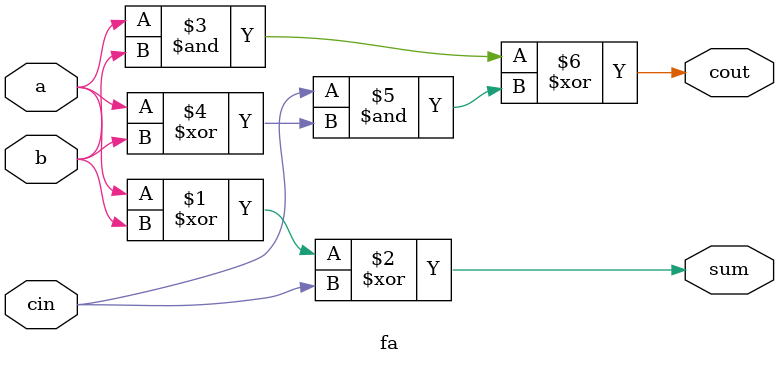
<source format=v>
module fa(a,b,cin,sum,cout);
	input a,b,cin;
	output sum,cout;

	assign sum=a^b^cin;
	assign cout=(a&b)^(cin&(a^b));
endmodule


</source>
